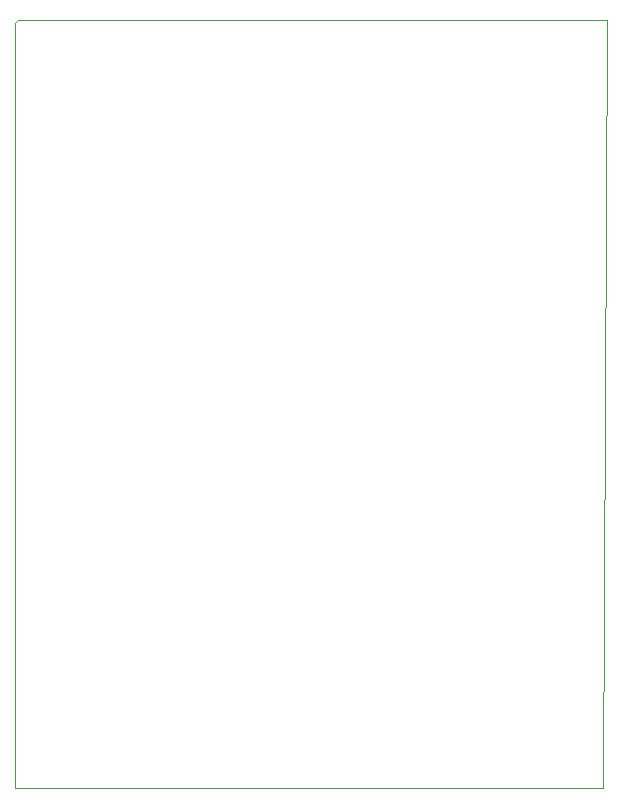
<source format=gbr>
G04*
G04 #@! TF.GenerationSoftware,Altium Limited,Altium Designer,25.4.2 (15)*
G04*
G04 Layer_Color=0*
%FSLAX44Y44*%
%MOMM*%
G71*
G04*
G04 #@! TF.SameCoordinates,7CC7F18F-E7B3-4B97-A1FD-F02243D0E875*
G04*
G04*
G04 #@! TF.FilePolarity,Positive*
G04*
G01*
G75*
%ADD25C,0.0254*%
D25*
X501650Y651510D02*
X2540D01*
X0Y648970D01*
Y1270D01*
X497840D01*
X501650Y651510D01*
M02*

</source>
